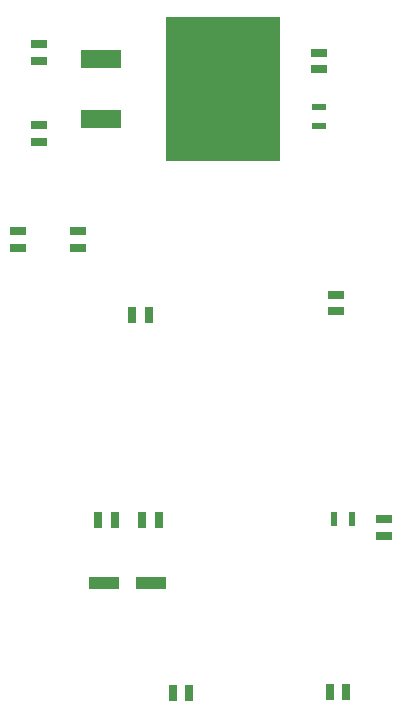
<source format=gtp>
G04*
G04 #@! TF.GenerationSoftware,Altium Limited,Altium Designer,24.5.2 (23)*
G04*
G04 Layer_Color=8421504*
%FSLAX44Y44*%
%MOMM*%
G71*
G04*
G04 #@! TF.SameCoordinates,5CBC3D74-EA73-4CBB-BCEB-C53DBBCF94AE*
G04*
G04*
G04 #@! TF.FilePolarity,Positive*
G04*
G01*
G75*
%ADD14R,2.5000X1.0000*%
%ADD15R,1.1500X0.5500*%
%ADD16R,0.5500X1.1500*%
%ADD17R,0.7500X1.4500*%
%ADD18R,1.3500X0.8000*%
%ADD19R,1.3500X0.7500*%
%ADD20R,1.4500X0.7500*%
%ADD21R,0.8000X1.3500*%
%ADD22R,3.5000X1.6000*%
%ADD23R,9.7500X12.2000*%
D14*
X209000Y190000D02*
D03*
X249000D02*
D03*
D15*
X391000Y592750D02*
D03*
Y577250D02*
D03*
D16*
X418750Y244000D02*
D03*
X403250D02*
D03*
D17*
X240750Y243000D02*
D03*
X255250D02*
D03*
X247250Y417000D02*
D03*
X232750D02*
D03*
X218250Y243000D02*
D03*
X203750D02*
D03*
D18*
X446000Y244000D02*
D03*
Y230000D02*
D03*
X391000Y625000D02*
D03*
Y639000D02*
D03*
X405000Y434000D02*
D03*
Y420000D02*
D03*
D19*
X186400Y488000D02*
D03*
Y474000D02*
D03*
X135600Y488000D02*
D03*
Y474000D02*
D03*
D20*
X154000Y563750D02*
D03*
Y578250D02*
D03*
X154000Y646250D02*
D03*
Y631750D02*
D03*
D21*
X267000Y97000D02*
D03*
X281000D02*
D03*
X400000Y98000D02*
D03*
X414000D02*
D03*
D22*
X206625Y582600D02*
D03*
Y633400D02*
D03*
D23*
X309375Y608000D02*
D03*
M02*

</source>
